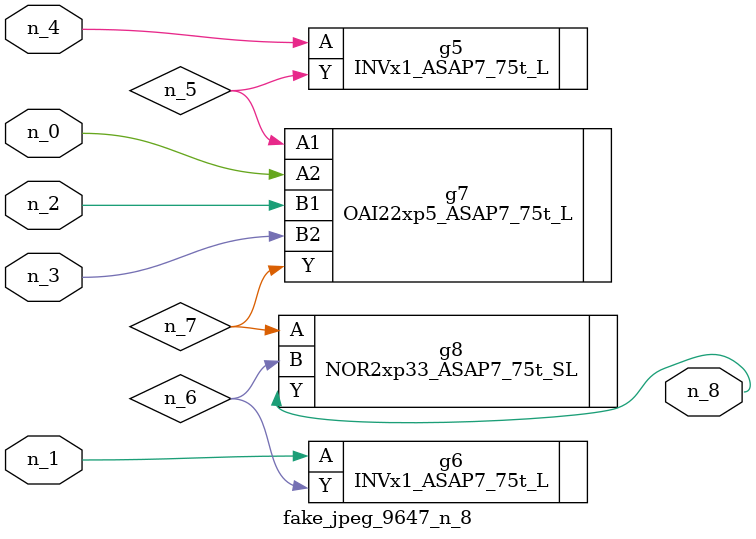
<source format=v>
module fake_jpeg_9647_n_8 (n_3, n_2, n_1, n_0, n_4, n_8);

input n_3;
input n_2;
input n_1;
input n_0;
input n_4;

output n_8;

wire n_6;
wire n_5;
wire n_7;

INVx1_ASAP7_75t_L g5 ( 
.A(n_4),
.Y(n_5)
);

INVx1_ASAP7_75t_L g6 ( 
.A(n_1),
.Y(n_6)
);

OAI22xp5_ASAP7_75t_L g7 ( 
.A1(n_5),
.A2(n_0),
.B1(n_2),
.B2(n_3),
.Y(n_7)
);

NOR2xp33_ASAP7_75t_SL g8 ( 
.A(n_7),
.B(n_6),
.Y(n_8)
);


endmodule
</source>
